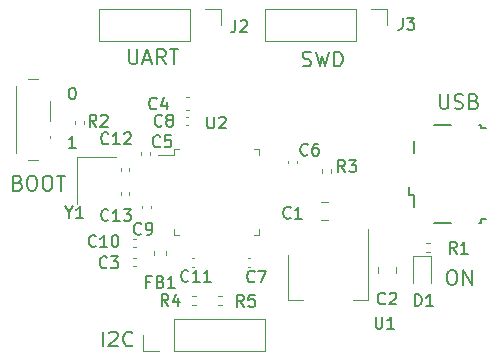
<source format=gbr>
%TF.GenerationSoftware,KiCad,Pcbnew,(6.0.0)*%
%TF.CreationDate,2024-12-16T18:31:44-06:00*%
%TF.ProjectId,UDEMY_STM32_Course,5544454d-595f-4535-944d-33325f436f75,rev?*%
%TF.SameCoordinates,Original*%
%TF.FileFunction,Legend,Top*%
%TF.FilePolarity,Positive*%
%FSLAX46Y46*%
G04 Gerber Fmt 4.6, Leading zero omitted, Abs format (unit mm)*
G04 Created by KiCad (PCBNEW (6.0.0)) date 2024-12-16 18:31:44*
%MOMM*%
%LPD*%
G01*
G04 APERTURE LIST*
%ADD10C,0.150000*%
%ADD11C,0.200000*%
%ADD12C,0.120000*%
G04 APERTURE END LIST*
D10*
X46252380Y-61652380D02*
X46347619Y-61652380D01*
X46442857Y-61700000D01*
X46490476Y-61747619D01*
X46538095Y-61842857D01*
X46585714Y-62033333D01*
X46585714Y-62271428D01*
X46538095Y-62461904D01*
X46490476Y-62557142D01*
X46442857Y-62604761D01*
X46347619Y-62652380D01*
X46252380Y-62652380D01*
X46157142Y-62604761D01*
X46109523Y-62557142D01*
X46061904Y-62461904D01*
X46014285Y-62271428D01*
X46014285Y-62033333D01*
X46061904Y-61842857D01*
X46109523Y-61747619D01*
X46157142Y-61700000D01*
X46252380Y-61652380D01*
X46585714Y-66752380D02*
X46014285Y-66752380D01*
X46300000Y-66752380D02*
X46300000Y-65752380D01*
X46204761Y-65895238D01*
X46109523Y-65990476D01*
X46014285Y-66038095D01*
D11*
X78326190Y-77115476D02*
X78564285Y-77115476D01*
X78683333Y-77175000D01*
X78802380Y-77294047D01*
X78861904Y-77532142D01*
X78861904Y-77948809D01*
X78802380Y-78186904D01*
X78683333Y-78305952D01*
X78564285Y-78365476D01*
X78326190Y-78365476D01*
X78207142Y-78305952D01*
X78088095Y-78186904D01*
X78028571Y-77948809D01*
X78028571Y-77532142D01*
X78088095Y-77294047D01*
X78207142Y-77175000D01*
X78326190Y-77115476D01*
X79397619Y-78365476D02*
X79397619Y-77115476D01*
X80111904Y-78365476D01*
X80111904Y-77115476D01*
X48879761Y-83565476D02*
X48879761Y-82315476D01*
X49415476Y-82434523D02*
X49475000Y-82375000D01*
X49594047Y-82315476D01*
X49891666Y-82315476D01*
X50010714Y-82375000D01*
X50070238Y-82434523D01*
X50129761Y-82553571D01*
X50129761Y-82672619D01*
X50070238Y-82851190D01*
X49355952Y-83565476D01*
X50129761Y-83565476D01*
X51379761Y-83446428D02*
X51320238Y-83505952D01*
X51141666Y-83565476D01*
X51022619Y-83565476D01*
X50844047Y-83505952D01*
X50725000Y-83386904D01*
X50665476Y-83267857D01*
X50605952Y-83029761D01*
X50605952Y-82851190D01*
X50665476Y-82613095D01*
X50725000Y-82494047D01*
X50844047Y-82375000D01*
X51022619Y-82315476D01*
X51141666Y-82315476D01*
X51320238Y-82375000D01*
X51379761Y-82434523D01*
X77422619Y-62215476D02*
X77422619Y-63227380D01*
X77482142Y-63346428D01*
X77541666Y-63405952D01*
X77660714Y-63465476D01*
X77898809Y-63465476D01*
X78017857Y-63405952D01*
X78077380Y-63346428D01*
X78136904Y-63227380D01*
X78136904Y-62215476D01*
X78672619Y-63405952D02*
X78851190Y-63465476D01*
X79148809Y-63465476D01*
X79267857Y-63405952D01*
X79327380Y-63346428D01*
X79386904Y-63227380D01*
X79386904Y-63108333D01*
X79327380Y-62989285D01*
X79267857Y-62929761D01*
X79148809Y-62870238D01*
X78910714Y-62810714D01*
X78791666Y-62751190D01*
X78732142Y-62691666D01*
X78672619Y-62572619D01*
X78672619Y-62453571D01*
X78732142Y-62334523D01*
X78791666Y-62275000D01*
X78910714Y-62215476D01*
X79208333Y-62215476D01*
X79386904Y-62275000D01*
X80339285Y-62810714D02*
X80517857Y-62870238D01*
X80577380Y-62929761D01*
X80636904Y-63048809D01*
X80636904Y-63227380D01*
X80577380Y-63346428D01*
X80517857Y-63405952D01*
X80398809Y-63465476D01*
X79922619Y-63465476D01*
X79922619Y-62215476D01*
X80339285Y-62215476D01*
X80458333Y-62275000D01*
X80517857Y-62334523D01*
X80577380Y-62453571D01*
X80577380Y-62572619D01*
X80517857Y-62691666D01*
X80458333Y-62751190D01*
X80339285Y-62810714D01*
X79922619Y-62810714D01*
X41703571Y-69710714D02*
X41882142Y-69770238D01*
X41941666Y-69829761D01*
X42001190Y-69948809D01*
X42001190Y-70127380D01*
X41941666Y-70246428D01*
X41882142Y-70305952D01*
X41763095Y-70365476D01*
X41286904Y-70365476D01*
X41286904Y-69115476D01*
X41703571Y-69115476D01*
X41822619Y-69175000D01*
X41882142Y-69234523D01*
X41941666Y-69353571D01*
X41941666Y-69472619D01*
X41882142Y-69591666D01*
X41822619Y-69651190D01*
X41703571Y-69710714D01*
X41286904Y-69710714D01*
X42775000Y-69115476D02*
X43013095Y-69115476D01*
X43132142Y-69175000D01*
X43251190Y-69294047D01*
X43310714Y-69532142D01*
X43310714Y-69948809D01*
X43251190Y-70186904D01*
X43132142Y-70305952D01*
X43013095Y-70365476D01*
X42775000Y-70365476D01*
X42655952Y-70305952D01*
X42536904Y-70186904D01*
X42477380Y-69948809D01*
X42477380Y-69532142D01*
X42536904Y-69294047D01*
X42655952Y-69175000D01*
X42775000Y-69115476D01*
X44084523Y-69115476D02*
X44322619Y-69115476D01*
X44441666Y-69175000D01*
X44560714Y-69294047D01*
X44620238Y-69532142D01*
X44620238Y-69948809D01*
X44560714Y-70186904D01*
X44441666Y-70305952D01*
X44322619Y-70365476D01*
X44084523Y-70365476D01*
X43965476Y-70305952D01*
X43846428Y-70186904D01*
X43786904Y-69948809D01*
X43786904Y-69532142D01*
X43846428Y-69294047D01*
X43965476Y-69175000D01*
X44084523Y-69115476D01*
X44977380Y-69115476D02*
X45691666Y-69115476D01*
X45334523Y-70365476D02*
X45334523Y-69115476D01*
X51105952Y-58415476D02*
X51105952Y-59427380D01*
X51165476Y-59546428D01*
X51225000Y-59605952D01*
X51344047Y-59665476D01*
X51582142Y-59665476D01*
X51701190Y-59605952D01*
X51760714Y-59546428D01*
X51820238Y-59427380D01*
X51820238Y-58415476D01*
X52355952Y-59308333D02*
X52951190Y-59308333D01*
X52236904Y-59665476D02*
X52653571Y-58415476D01*
X53070238Y-59665476D01*
X54201190Y-59665476D02*
X53784523Y-59070238D01*
X53486904Y-59665476D02*
X53486904Y-58415476D01*
X53963095Y-58415476D01*
X54082142Y-58475000D01*
X54141666Y-58534523D01*
X54201190Y-58653571D01*
X54201190Y-58832142D01*
X54141666Y-58951190D01*
X54082142Y-59010714D01*
X53963095Y-59070238D01*
X53486904Y-59070238D01*
X54558333Y-58415476D02*
X55272619Y-58415476D01*
X54915476Y-59665476D02*
X54915476Y-58415476D01*
X65803571Y-59805952D02*
X65982142Y-59865476D01*
X66279761Y-59865476D01*
X66398809Y-59805952D01*
X66458333Y-59746428D01*
X66517857Y-59627380D01*
X66517857Y-59508333D01*
X66458333Y-59389285D01*
X66398809Y-59329761D01*
X66279761Y-59270238D01*
X66041666Y-59210714D01*
X65922619Y-59151190D01*
X65863095Y-59091666D01*
X65803571Y-58972619D01*
X65803571Y-58853571D01*
X65863095Y-58734523D01*
X65922619Y-58675000D01*
X66041666Y-58615476D01*
X66339285Y-58615476D01*
X66517857Y-58675000D01*
X66934523Y-58615476D02*
X67232142Y-59865476D01*
X67470238Y-58972619D01*
X67708333Y-59865476D01*
X68005952Y-58615476D01*
X68482142Y-59865476D02*
X68482142Y-58615476D01*
X68779761Y-58615476D01*
X68958333Y-58675000D01*
X69077380Y-58794047D01*
X69136904Y-58913095D01*
X69196428Y-59151190D01*
X69196428Y-59329761D01*
X69136904Y-59567857D01*
X69077380Y-59686904D01*
X68958333Y-59805952D01*
X68779761Y-59865476D01*
X68482142Y-59865476D01*
D10*
%TO.C,Y1*%
X46023809Y-72226190D02*
X46023809Y-72702380D01*
X45690476Y-71702380D02*
X46023809Y-72226190D01*
X46357142Y-71702380D01*
X47214285Y-72702380D02*
X46642857Y-72702380D01*
X46928571Y-72702380D02*
X46928571Y-71702380D01*
X46833333Y-71845238D01*
X46738095Y-71940476D01*
X46642857Y-71988095D01*
%TO.C,U2*%
X57738095Y-64102380D02*
X57738095Y-64911904D01*
X57785714Y-65007142D01*
X57833333Y-65054761D01*
X57928571Y-65102380D01*
X58119047Y-65102380D01*
X58214285Y-65054761D01*
X58261904Y-65007142D01*
X58309523Y-64911904D01*
X58309523Y-64102380D01*
X58738095Y-64197619D02*
X58785714Y-64150000D01*
X58880952Y-64102380D01*
X59119047Y-64102380D01*
X59214285Y-64150000D01*
X59261904Y-64197619D01*
X59309523Y-64292857D01*
X59309523Y-64388095D01*
X59261904Y-64530952D01*
X58690476Y-65102380D01*
X59309523Y-65102380D01*
%TO.C,U1*%
X71988095Y-81052380D02*
X71988095Y-81861904D01*
X72035714Y-81957142D01*
X72083333Y-82004761D01*
X72178571Y-82052380D01*
X72369047Y-82052380D01*
X72464285Y-82004761D01*
X72511904Y-81957142D01*
X72559523Y-81861904D01*
X72559523Y-81052380D01*
X73559523Y-82052380D02*
X72988095Y-82052380D01*
X73273809Y-82052380D02*
X73273809Y-81052380D01*
X73178571Y-81195238D01*
X73083333Y-81290476D01*
X72988095Y-81338095D01*
%TO.C,R3*%
X69383333Y-68802380D02*
X69050000Y-68326190D01*
X68811904Y-68802380D02*
X68811904Y-67802380D01*
X69192857Y-67802380D01*
X69288095Y-67850000D01*
X69335714Y-67897619D01*
X69383333Y-67992857D01*
X69383333Y-68135714D01*
X69335714Y-68230952D01*
X69288095Y-68278571D01*
X69192857Y-68326190D01*
X68811904Y-68326190D01*
X69716666Y-67802380D02*
X70335714Y-67802380D01*
X70002380Y-68183333D01*
X70145238Y-68183333D01*
X70240476Y-68230952D01*
X70288095Y-68278571D01*
X70335714Y-68373809D01*
X70335714Y-68611904D01*
X70288095Y-68707142D01*
X70240476Y-68754761D01*
X70145238Y-68802380D01*
X69859523Y-68802380D01*
X69764285Y-68754761D01*
X69716666Y-68707142D01*
%TO.C,R2*%
X48333333Y-64952380D02*
X48000000Y-64476190D01*
X47761904Y-64952380D02*
X47761904Y-63952380D01*
X48142857Y-63952380D01*
X48238095Y-64000000D01*
X48285714Y-64047619D01*
X48333333Y-64142857D01*
X48333333Y-64285714D01*
X48285714Y-64380952D01*
X48238095Y-64428571D01*
X48142857Y-64476190D01*
X47761904Y-64476190D01*
X48714285Y-64047619D02*
X48761904Y-64000000D01*
X48857142Y-63952380D01*
X49095238Y-63952380D01*
X49190476Y-64000000D01*
X49238095Y-64047619D01*
X49285714Y-64142857D01*
X49285714Y-64238095D01*
X49238095Y-64380952D01*
X48666666Y-64952380D01*
X49285714Y-64952380D01*
%TO.C,R5*%
X60833333Y-80202380D02*
X60500000Y-79726190D01*
X60261904Y-80202380D02*
X60261904Y-79202380D01*
X60642857Y-79202380D01*
X60738095Y-79250000D01*
X60785714Y-79297619D01*
X60833333Y-79392857D01*
X60833333Y-79535714D01*
X60785714Y-79630952D01*
X60738095Y-79678571D01*
X60642857Y-79726190D01*
X60261904Y-79726190D01*
X61738095Y-79202380D02*
X61261904Y-79202380D01*
X61214285Y-79678571D01*
X61261904Y-79630952D01*
X61357142Y-79583333D01*
X61595238Y-79583333D01*
X61690476Y-79630952D01*
X61738095Y-79678571D01*
X61785714Y-79773809D01*
X61785714Y-80011904D01*
X61738095Y-80107142D01*
X61690476Y-80154761D01*
X61595238Y-80202380D01*
X61357142Y-80202380D01*
X61261904Y-80154761D01*
X61214285Y-80107142D01*
%TO.C,R4*%
X54433333Y-80152380D02*
X54100000Y-79676190D01*
X53861904Y-80152380D02*
X53861904Y-79152380D01*
X54242857Y-79152380D01*
X54338095Y-79200000D01*
X54385714Y-79247619D01*
X54433333Y-79342857D01*
X54433333Y-79485714D01*
X54385714Y-79580952D01*
X54338095Y-79628571D01*
X54242857Y-79676190D01*
X53861904Y-79676190D01*
X55290476Y-79485714D02*
X55290476Y-80152380D01*
X55052380Y-79104761D02*
X54814285Y-79819047D01*
X55433333Y-79819047D01*
%TO.C,R1*%
X78833333Y-75702380D02*
X78500000Y-75226190D01*
X78261904Y-75702380D02*
X78261904Y-74702380D01*
X78642857Y-74702380D01*
X78738095Y-74750000D01*
X78785714Y-74797619D01*
X78833333Y-74892857D01*
X78833333Y-75035714D01*
X78785714Y-75130952D01*
X78738095Y-75178571D01*
X78642857Y-75226190D01*
X78261904Y-75226190D01*
X79785714Y-75702380D02*
X79214285Y-75702380D01*
X79500000Y-75702380D02*
X79500000Y-74702380D01*
X79404761Y-74845238D01*
X79309523Y-74940476D01*
X79214285Y-74988095D01*
%TO.C,J3*%
X74266666Y-55752380D02*
X74266666Y-56466666D01*
X74219047Y-56609523D01*
X74123809Y-56704761D01*
X73980952Y-56752380D01*
X73885714Y-56752380D01*
X74647619Y-55752380D02*
X75266666Y-55752380D01*
X74933333Y-56133333D01*
X75076190Y-56133333D01*
X75171428Y-56180952D01*
X75219047Y-56228571D01*
X75266666Y-56323809D01*
X75266666Y-56561904D01*
X75219047Y-56657142D01*
X75171428Y-56704761D01*
X75076190Y-56752380D01*
X74790476Y-56752380D01*
X74695238Y-56704761D01*
X74647619Y-56657142D01*
%TO.C,J2*%
X60116666Y-55952380D02*
X60116666Y-56666666D01*
X60069047Y-56809523D01*
X59973809Y-56904761D01*
X59830952Y-56952380D01*
X59735714Y-56952380D01*
X60545238Y-56047619D02*
X60592857Y-56000000D01*
X60688095Y-55952380D01*
X60926190Y-55952380D01*
X61021428Y-56000000D01*
X61069047Y-56047619D01*
X61116666Y-56142857D01*
X61116666Y-56238095D01*
X61069047Y-56380952D01*
X60497619Y-56952380D01*
X61116666Y-56952380D01*
%TO.C,FB1*%
X52916666Y-78078571D02*
X52583333Y-78078571D01*
X52583333Y-78602380D02*
X52583333Y-77602380D01*
X53059523Y-77602380D01*
X53773809Y-78078571D02*
X53916666Y-78126190D01*
X53964285Y-78173809D01*
X54011904Y-78269047D01*
X54011904Y-78411904D01*
X53964285Y-78507142D01*
X53916666Y-78554761D01*
X53821428Y-78602380D01*
X53440476Y-78602380D01*
X53440476Y-77602380D01*
X53773809Y-77602380D01*
X53869047Y-77650000D01*
X53916666Y-77697619D01*
X53964285Y-77792857D01*
X53964285Y-77888095D01*
X53916666Y-77983333D01*
X53869047Y-78030952D01*
X53773809Y-78078571D01*
X53440476Y-78078571D01*
X54964285Y-78602380D02*
X54392857Y-78602380D01*
X54678571Y-78602380D02*
X54678571Y-77602380D01*
X54583333Y-77745238D01*
X54488095Y-77840476D01*
X54392857Y-77888095D01*
%TO.C,D1*%
X75311904Y-80139880D02*
X75311904Y-79139880D01*
X75550000Y-79139880D01*
X75692857Y-79187500D01*
X75788095Y-79282738D01*
X75835714Y-79377976D01*
X75883333Y-79568452D01*
X75883333Y-79711309D01*
X75835714Y-79901785D01*
X75788095Y-79997023D01*
X75692857Y-80092261D01*
X75550000Y-80139880D01*
X75311904Y-80139880D01*
X76835714Y-80139880D02*
X76264285Y-80139880D01*
X76550000Y-80139880D02*
X76550000Y-79139880D01*
X76454761Y-79282738D01*
X76359523Y-79377976D01*
X76264285Y-79425595D01*
%TO.C,C3*%
X49233333Y-76857142D02*
X49185714Y-76904761D01*
X49042857Y-76952380D01*
X48947619Y-76952380D01*
X48804761Y-76904761D01*
X48709523Y-76809523D01*
X48661904Y-76714285D01*
X48614285Y-76523809D01*
X48614285Y-76380952D01*
X48661904Y-76190476D01*
X48709523Y-76095238D01*
X48804761Y-76000000D01*
X48947619Y-75952380D01*
X49042857Y-75952380D01*
X49185714Y-76000000D01*
X49233333Y-76047619D01*
X49566666Y-75952380D02*
X50185714Y-75952380D01*
X49852380Y-76333333D01*
X49995238Y-76333333D01*
X50090476Y-76380952D01*
X50138095Y-76428571D01*
X50185714Y-76523809D01*
X50185714Y-76761904D01*
X50138095Y-76857142D01*
X50090476Y-76904761D01*
X49995238Y-76952380D01*
X49709523Y-76952380D01*
X49614285Y-76904761D01*
X49566666Y-76857142D01*
%TO.C,C10*%
X48297142Y-75057142D02*
X48249523Y-75104761D01*
X48106666Y-75152380D01*
X48011428Y-75152380D01*
X47868571Y-75104761D01*
X47773333Y-75009523D01*
X47725714Y-74914285D01*
X47678095Y-74723809D01*
X47678095Y-74580952D01*
X47725714Y-74390476D01*
X47773333Y-74295238D01*
X47868571Y-74200000D01*
X48011428Y-74152380D01*
X48106666Y-74152380D01*
X48249523Y-74200000D01*
X48297142Y-74247619D01*
X49249523Y-75152380D02*
X48678095Y-75152380D01*
X48963809Y-75152380D02*
X48963809Y-74152380D01*
X48868571Y-74295238D01*
X48773333Y-74390476D01*
X48678095Y-74438095D01*
X49868571Y-74152380D02*
X49963809Y-74152380D01*
X50059047Y-74200000D01*
X50106666Y-74247619D01*
X50154285Y-74342857D01*
X50201904Y-74533333D01*
X50201904Y-74771428D01*
X50154285Y-74961904D01*
X50106666Y-75057142D01*
X50059047Y-75104761D01*
X49963809Y-75152380D01*
X49868571Y-75152380D01*
X49773333Y-75104761D01*
X49725714Y-75057142D01*
X49678095Y-74961904D01*
X49630476Y-74771428D01*
X49630476Y-74533333D01*
X49678095Y-74342857D01*
X49725714Y-74247619D01*
X49773333Y-74200000D01*
X49868571Y-74152380D01*
%TO.C,C9*%
X52133333Y-74007142D02*
X52085714Y-74054761D01*
X51942857Y-74102380D01*
X51847619Y-74102380D01*
X51704761Y-74054761D01*
X51609523Y-73959523D01*
X51561904Y-73864285D01*
X51514285Y-73673809D01*
X51514285Y-73530952D01*
X51561904Y-73340476D01*
X51609523Y-73245238D01*
X51704761Y-73150000D01*
X51847619Y-73102380D01*
X51942857Y-73102380D01*
X52085714Y-73150000D01*
X52133333Y-73197619D01*
X52609523Y-74102380D02*
X52800000Y-74102380D01*
X52895238Y-74054761D01*
X52942857Y-74007142D01*
X53038095Y-73864285D01*
X53085714Y-73673809D01*
X53085714Y-73292857D01*
X53038095Y-73197619D01*
X52990476Y-73150000D01*
X52895238Y-73102380D01*
X52704761Y-73102380D01*
X52609523Y-73150000D01*
X52561904Y-73197619D01*
X52514285Y-73292857D01*
X52514285Y-73530952D01*
X52561904Y-73626190D01*
X52609523Y-73673809D01*
X52704761Y-73721428D01*
X52895238Y-73721428D01*
X52990476Y-73673809D01*
X53038095Y-73626190D01*
X53085714Y-73530952D01*
%TO.C,C8*%
X53883333Y-64857142D02*
X53835714Y-64904761D01*
X53692857Y-64952380D01*
X53597619Y-64952380D01*
X53454761Y-64904761D01*
X53359523Y-64809523D01*
X53311904Y-64714285D01*
X53264285Y-64523809D01*
X53264285Y-64380952D01*
X53311904Y-64190476D01*
X53359523Y-64095238D01*
X53454761Y-64000000D01*
X53597619Y-63952380D01*
X53692857Y-63952380D01*
X53835714Y-64000000D01*
X53883333Y-64047619D01*
X54454761Y-64380952D02*
X54359523Y-64333333D01*
X54311904Y-64285714D01*
X54264285Y-64190476D01*
X54264285Y-64142857D01*
X54311904Y-64047619D01*
X54359523Y-64000000D01*
X54454761Y-63952380D01*
X54645238Y-63952380D01*
X54740476Y-64000000D01*
X54788095Y-64047619D01*
X54835714Y-64142857D01*
X54835714Y-64190476D01*
X54788095Y-64285714D01*
X54740476Y-64333333D01*
X54645238Y-64380952D01*
X54454761Y-64380952D01*
X54359523Y-64428571D01*
X54311904Y-64476190D01*
X54264285Y-64571428D01*
X54264285Y-64761904D01*
X54311904Y-64857142D01*
X54359523Y-64904761D01*
X54454761Y-64952380D01*
X54645238Y-64952380D01*
X54740476Y-64904761D01*
X54788095Y-64857142D01*
X54835714Y-64761904D01*
X54835714Y-64571428D01*
X54788095Y-64476190D01*
X54740476Y-64428571D01*
X54645238Y-64380952D01*
%TO.C,C7*%
X61733333Y-78057142D02*
X61685714Y-78104761D01*
X61542857Y-78152380D01*
X61447619Y-78152380D01*
X61304761Y-78104761D01*
X61209523Y-78009523D01*
X61161904Y-77914285D01*
X61114285Y-77723809D01*
X61114285Y-77580952D01*
X61161904Y-77390476D01*
X61209523Y-77295238D01*
X61304761Y-77200000D01*
X61447619Y-77152380D01*
X61542857Y-77152380D01*
X61685714Y-77200000D01*
X61733333Y-77247619D01*
X62066666Y-77152380D02*
X62733333Y-77152380D01*
X62304761Y-78152380D01*
%TO.C,C6*%
X66233333Y-67307142D02*
X66185714Y-67354761D01*
X66042857Y-67402380D01*
X65947619Y-67402380D01*
X65804761Y-67354761D01*
X65709523Y-67259523D01*
X65661904Y-67164285D01*
X65614285Y-66973809D01*
X65614285Y-66830952D01*
X65661904Y-66640476D01*
X65709523Y-66545238D01*
X65804761Y-66450000D01*
X65947619Y-66402380D01*
X66042857Y-66402380D01*
X66185714Y-66450000D01*
X66233333Y-66497619D01*
X67090476Y-66402380D02*
X66900000Y-66402380D01*
X66804761Y-66450000D01*
X66757142Y-66497619D01*
X66661904Y-66640476D01*
X66614285Y-66830952D01*
X66614285Y-67211904D01*
X66661904Y-67307142D01*
X66709523Y-67354761D01*
X66804761Y-67402380D01*
X66995238Y-67402380D01*
X67090476Y-67354761D01*
X67138095Y-67307142D01*
X67185714Y-67211904D01*
X67185714Y-66973809D01*
X67138095Y-66878571D01*
X67090476Y-66830952D01*
X66995238Y-66783333D01*
X66804761Y-66783333D01*
X66709523Y-66830952D01*
X66661904Y-66878571D01*
X66614285Y-66973809D01*
%TO.C,C13*%
X49357142Y-72857142D02*
X49309523Y-72904761D01*
X49166666Y-72952380D01*
X49071428Y-72952380D01*
X48928571Y-72904761D01*
X48833333Y-72809523D01*
X48785714Y-72714285D01*
X48738095Y-72523809D01*
X48738095Y-72380952D01*
X48785714Y-72190476D01*
X48833333Y-72095238D01*
X48928571Y-72000000D01*
X49071428Y-71952380D01*
X49166666Y-71952380D01*
X49309523Y-72000000D01*
X49357142Y-72047619D01*
X50309523Y-72952380D02*
X49738095Y-72952380D01*
X50023809Y-72952380D02*
X50023809Y-71952380D01*
X49928571Y-72095238D01*
X49833333Y-72190476D01*
X49738095Y-72238095D01*
X50642857Y-71952380D02*
X51261904Y-71952380D01*
X50928571Y-72333333D01*
X51071428Y-72333333D01*
X51166666Y-72380952D01*
X51214285Y-72428571D01*
X51261904Y-72523809D01*
X51261904Y-72761904D01*
X51214285Y-72857142D01*
X51166666Y-72904761D01*
X51071428Y-72952380D01*
X50785714Y-72952380D01*
X50690476Y-72904761D01*
X50642857Y-72857142D01*
%TO.C,C5*%
X53733333Y-66607142D02*
X53685714Y-66654761D01*
X53542857Y-66702380D01*
X53447619Y-66702380D01*
X53304761Y-66654761D01*
X53209523Y-66559523D01*
X53161904Y-66464285D01*
X53114285Y-66273809D01*
X53114285Y-66130952D01*
X53161904Y-65940476D01*
X53209523Y-65845238D01*
X53304761Y-65750000D01*
X53447619Y-65702380D01*
X53542857Y-65702380D01*
X53685714Y-65750000D01*
X53733333Y-65797619D01*
X54638095Y-65702380D02*
X54161904Y-65702380D01*
X54114285Y-66178571D01*
X54161904Y-66130952D01*
X54257142Y-66083333D01*
X54495238Y-66083333D01*
X54590476Y-66130952D01*
X54638095Y-66178571D01*
X54685714Y-66273809D01*
X54685714Y-66511904D01*
X54638095Y-66607142D01*
X54590476Y-66654761D01*
X54495238Y-66702380D01*
X54257142Y-66702380D01*
X54161904Y-66654761D01*
X54114285Y-66607142D01*
%TO.C,C11*%
X56127142Y-78007142D02*
X56079523Y-78054761D01*
X55936666Y-78102380D01*
X55841428Y-78102380D01*
X55698571Y-78054761D01*
X55603333Y-77959523D01*
X55555714Y-77864285D01*
X55508095Y-77673809D01*
X55508095Y-77530952D01*
X55555714Y-77340476D01*
X55603333Y-77245238D01*
X55698571Y-77150000D01*
X55841428Y-77102380D01*
X55936666Y-77102380D01*
X56079523Y-77150000D01*
X56127142Y-77197619D01*
X57079523Y-78102380D02*
X56508095Y-78102380D01*
X56793809Y-78102380D02*
X56793809Y-77102380D01*
X56698571Y-77245238D01*
X56603333Y-77340476D01*
X56508095Y-77388095D01*
X58031904Y-78102380D02*
X57460476Y-78102380D01*
X57746190Y-78102380D02*
X57746190Y-77102380D01*
X57650952Y-77245238D01*
X57555714Y-77340476D01*
X57460476Y-77388095D01*
%TO.C,C4*%
X53433333Y-63407142D02*
X53385714Y-63454761D01*
X53242857Y-63502380D01*
X53147619Y-63502380D01*
X53004761Y-63454761D01*
X52909523Y-63359523D01*
X52861904Y-63264285D01*
X52814285Y-63073809D01*
X52814285Y-62930952D01*
X52861904Y-62740476D01*
X52909523Y-62645238D01*
X53004761Y-62550000D01*
X53147619Y-62502380D01*
X53242857Y-62502380D01*
X53385714Y-62550000D01*
X53433333Y-62597619D01*
X54290476Y-62835714D02*
X54290476Y-63502380D01*
X54052380Y-62454761D02*
X53814285Y-63169047D01*
X54433333Y-63169047D01*
%TO.C,C12*%
X49357142Y-66357142D02*
X49309523Y-66404761D01*
X49166666Y-66452380D01*
X49071428Y-66452380D01*
X48928571Y-66404761D01*
X48833333Y-66309523D01*
X48785714Y-66214285D01*
X48738095Y-66023809D01*
X48738095Y-65880952D01*
X48785714Y-65690476D01*
X48833333Y-65595238D01*
X48928571Y-65500000D01*
X49071428Y-65452380D01*
X49166666Y-65452380D01*
X49309523Y-65500000D01*
X49357142Y-65547619D01*
X50309523Y-66452380D02*
X49738095Y-66452380D01*
X50023809Y-66452380D02*
X50023809Y-65452380D01*
X49928571Y-65595238D01*
X49833333Y-65690476D01*
X49738095Y-65738095D01*
X50690476Y-65547619D02*
X50738095Y-65500000D01*
X50833333Y-65452380D01*
X51071428Y-65452380D01*
X51166666Y-65500000D01*
X51214285Y-65547619D01*
X51261904Y-65642857D01*
X51261904Y-65738095D01*
X51214285Y-65880952D01*
X50642857Y-66452380D01*
X51261904Y-66452380D01*
%TO.C,C2*%
X72783333Y-79907142D02*
X72735714Y-79954761D01*
X72592857Y-80002380D01*
X72497619Y-80002380D01*
X72354761Y-79954761D01*
X72259523Y-79859523D01*
X72211904Y-79764285D01*
X72164285Y-79573809D01*
X72164285Y-79430952D01*
X72211904Y-79240476D01*
X72259523Y-79145238D01*
X72354761Y-79050000D01*
X72497619Y-79002380D01*
X72592857Y-79002380D01*
X72735714Y-79050000D01*
X72783333Y-79097619D01*
X73164285Y-79097619D02*
X73211904Y-79050000D01*
X73307142Y-79002380D01*
X73545238Y-79002380D01*
X73640476Y-79050000D01*
X73688095Y-79097619D01*
X73735714Y-79192857D01*
X73735714Y-79288095D01*
X73688095Y-79430952D01*
X73116666Y-80002380D01*
X73735714Y-80002380D01*
%TO.C,C1*%
X64783333Y-72657142D02*
X64735714Y-72704761D01*
X64592857Y-72752380D01*
X64497619Y-72752380D01*
X64354761Y-72704761D01*
X64259523Y-72609523D01*
X64211904Y-72514285D01*
X64164285Y-72323809D01*
X64164285Y-72180952D01*
X64211904Y-71990476D01*
X64259523Y-71895238D01*
X64354761Y-71800000D01*
X64497619Y-71752380D01*
X64592857Y-71752380D01*
X64735714Y-71800000D01*
X64783333Y-71847619D01*
X65735714Y-72752380D02*
X65164285Y-72752380D01*
X65450000Y-72752380D02*
X65450000Y-71752380D01*
X65354761Y-71895238D01*
X65259523Y-71990476D01*
X65164285Y-72038095D01*
%TO.C,J1*%
X75195000Y-67155000D02*
X75195000Y-66155000D01*
X75195000Y-70755000D02*
X75195000Y-71755000D01*
X74770000Y-70755000D02*
X75195000Y-70755000D01*
X74770000Y-70030000D02*
X74770000Y-70755000D01*
X78345000Y-64805000D02*
X76945000Y-64805000D01*
X80895000Y-64805000D02*
X80745000Y-64805000D01*
X80895000Y-65105000D02*
X80895000Y-64805000D01*
X81345000Y-65105000D02*
X80895000Y-65105000D01*
X80895000Y-72805000D02*
X81345000Y-72805000D01*
X80895000Y-73105000D02*
X80895000Y-72805000D01*
X80745000Y-73105000D02*
X80895000Y-73105000D01*
X76945000Y-73105000D02*
X78345000Y-73105000D01*
D12*
%TO.C,SW1*%
X44420000Y-65750000D02*
X44420000Y-65950000D01*
X41570000Y-61500000D02*
X41570000Y-67200000D01*
X44420000Y-62750000D02*
X44420000Y-64450000D01*
X43370000Y-60900000D02*
X42580000Y-60900000D01*
X42580000Y-67800000D02*
X43370000Y-67800000D01*
%TO.C,Y1*%
X50000000Y-67550000D02*
X46700000Y-67550000D01*
X46700000Y-67550000D02*
X46700000Y-71550000D01*
%TO.C,U2*%
X61660000Y-74110000D02*
X62110000Y-74110000D01*
X62110000Y-74110000D02*
X62110000Y-73660000D01*
X55340000Y-74110000D02*
X54890000Y-74110000D01*
X54890000Y-74110000D02*
X54890000Y-73660000D01*
X61660000Y-66890000D02*
X62110000Y-66890000D01*
X62110000Y-66890000D02*
X62110000Y-67340000D01*
X55340000Y-66890000D02*
X54890000Y-66890000D01*
X54890000Y-66890000D02*
X54890000Y-67340000D01*
X54890000Y-67340000D02*
X53600000Y-67340000D01*
%TO.C,U1*%
X64540000Y-79610000D02*
X65800000Y-79610000D01*
X71360000Y-79610000D02*
X70100000Y-79610000D01*
X64540000Y-75850000D02*
X64540000Y-79610000D01*
X71360000Y-73600000D02*
X71360000Y-79610000D01*
%TO.C,R3*%
X68230000Y-68546359D02*
X68230000Y-68853641D01*
X67470000Y-68546359D02*
X67470000Y-68853641D01*
%TO.C,R2*%
X46570000Y-64753641D02*
X46570000Y-64446359D01*
X47330000Y-64753641D02*
X47330000Y-64446359D01*
%TO.C,R5*%
X58646359Y-80080000D02*
X58953641Y-80080000D01*
X58646359Y-79320000D02*
X58953641Y-79320000D01*
%TO.C,R4*%
X56783641Y-80030000D02*
X56476359Y-80030000D01*
X56783641Y-79270000D02*
X56476359Y-79270000D01*
%TO.C,R1*%
X76246359Y-74807500D02*
X76553641Y-74807500D01*
X76246359Y-75567500D02*
X76553641Y-75567500D01*
%TO.C,J3*%
X72930000Y-55020000D02*
X72930000Y-56350000D01*
X71600000Y-55020000D02*
X72930000Y-55020000D01*
X70330000Y-55020000D02*
X70330000Y-57680000D01*
X70330000Y-57680000D02*
X62650000Y-57680000D01*
X70330000Y-55020000D02*
X62650000Y-55020000D01*
X62650000Y-55020000D02*
X62650000Y-57680000D01*
%TO.C,J4*%
X62600000Y-83930000D02*
X62600000Y-81270000D01*
X54920000Y-83930000D02*
X62600000Y-83930000D01*
X54920000Y-81270000D02*
X62600000Y-81270000D01*
X54920000Y-83930000D02*
X54920000Y-81270000D01*
X53650000Y-83930000D02*
X52320000Y-83930000D01*
X52320000Y-83930000D02*
X52320000Y-82600000D01*
%TO.C,J2*%
X58880000Y-55020000D02*
X58880000Y-56350000D01*
X57550000Y-55020000D02*
X58880000Y-55020000D01*
X56280000Y-55020000D02*
X56280000Y-57680000D01*
X56280000Y-57680000D02*
X48600000Y-57680000D01*
X56280000Y-55020000D02*
X48600000Y-55020000D01*
X48600000Y-55020000D02*
X48600000Y-57680000D01*
%TO.C,FB1*%
X54260000Y-75487221D02*
X54260000Y-75812779D01*
X53240000Y-75487221D02*
X53240000Y-75812779D01*
%TO.C,D1*%
X76635000Y-78237500D02*
X76635000Y-75952500D01*
X76635000Y-75952500D02*
X75165000Y-75952500D01*
X75165000Y-75952500D02*
X75165000Y-78237500D01*
%TO.C,C3*%
X51677836Y-76760000D02*
X51462164Y-76760000D01*
X51677836Y-76040000D02*
X51462164Y-76040000D01*
%TO.C,C10*%
X51677836Y-75160000D02*
X51462164Y-75160000D01*
X51677836Y-74440000D02*
X51462164Y-74440000D01*
%TO.C,C9*%
X52240000Y-71857836D02*
X52240000Y-71642164D01*
X52960000Y-71857836D02*
X52960000Y-71642164D01*
%TO.C,C8*%
X55912164Y-64140000D02*
X56127836Y-64140000D01*
X55912164Y-64860000D02*
X56127836Y-64860000D01*
%TO.C,C7*%
X61357836Y-76810000D02*
X61142164Y-76810000D01*
X61357836Y-76090000D02*
X61142164Y-76090000D01*
%TO.C,C6*%
X65310000Y-67842164D02*
X65310000Y-68057836D01*
X64590000Y-67842164D02*
X64590000Y-68057836D01*
%TO.C,C13*%
X50390000Y-70737836D02*
X50390000Y-70522164D01*
X51110000Y-70737836D02*
X51110000Y-70522164D01*
%TO.C,C5*%
X52140000Y-67357836D02*
X52140000Y-67142164D01*
X52860000Y-67357836D02*
X52860000Y-67142164D01*
%TO.C,C11*%
X56412164Y-76090000D02*
X56627836Y-76090000D01*
X56412164Y-76810000D02*
X56627836Y-76810000D01*
%TO.C,C4*%
X55909420Y-62490000D02*
X56190580Y-62490000D01*
X55909420Y-63510000D02*
X56190580Y-63510000D01*
%TO.C,C12*%
X50390000Y-68687836D02*
X50390000Y-68472164D01*
X51110000Y-68687836D02*
X51110000Y-68472164D01*
%TO.C,C2*%
X72215000Y-77361252D02*
X72215000Y-76838748D01*
X73685000Y-77361252D02*
X73685000Y-76838748D01*
%TO.C,C1*%
X67388748Y-72835000D02*
X67911252Y-72835000D01*
X67388748Y-71365000D02*
X67911252Y-71365000D01*
%TD*%
M02*

</source>
